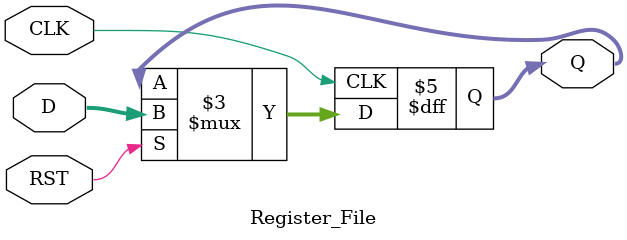
<source format=v>
`timescale 1ns / 1ps
module Register_File(D, Q, CLK, RST); //im using RST as LOAD for now
parameter Data_width = 32; //DATA SIZE
input CLK, RST;
input [Data_width-1:0] D;
output reg [Data_width-1:0] Q;
always @(posedge CLK)
begin
    if (RST)
    Q = D;
    else 
    Q = Q;
end
endmodule

</source>
